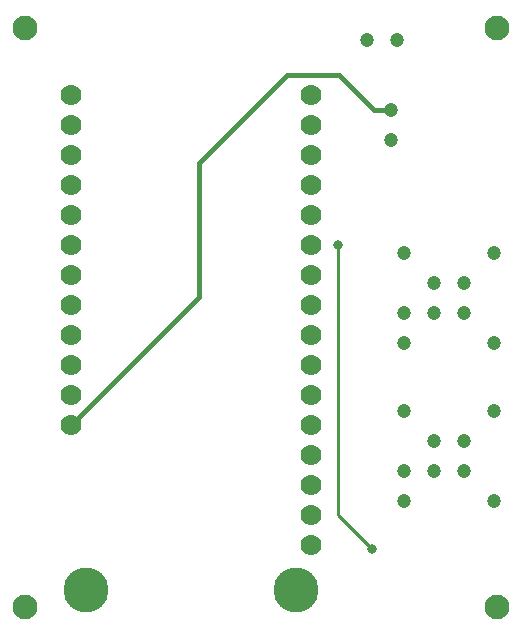
<source format=gbl>
G04 #@! TF.GenerationSoftware,KiCad,Pcbnew,(5.1.0)-1*
G04 #@! TF.CreationDate,2019-11-28T11:04:33+01:00*
G04 #@! TF.ProjectId,main_PCB_3,6d61696e-5f50-4434-925f-332e6b696361,rev?*
G04 #@! TF.SameCoordinates,Original*
G04 #@! TF.FileFunction,Copper,L2,Bot*
G04 #@! TF.FilePolarity,Positive*
%FSLAX46Y46*%
G04 Gerber Fmt 4.6, Leading zero omitted, Abs format (unit mm)*
G04 Created by KiCad (PCBNEW (5.1.0)-1) date 2019-11-28 11:04:33*
%MOMM*%
%LPD*%
G04 APERTURE LIST*
%ADD10C,3.810000*%
%ADD11C,1.778000*%
%ADD12C,1.200000*%
%ADD13C,2.100000*%
%ADD14C,0.800000*%
%ADD15C,0.250000*%
%ADD16C,0.400000*%
G04 APERTURE END LIST*
D10*
X159970000Y-96620000D03*
X142190000Y-96620000D03*
D11*
X140920000Y-82650000D03*
X140920000Y-80110000D03*
X140920000Y-77570000D03*
X140920000Y-75030000D03*
X140920000Y-72490000D03*
X140920000Y-69950000D03*
X140920000Y-67410000D03*
X140920000Y-64870000D03*
X140920000Y-62330000D03*
X140920000Y-59790000D03*
X140920000Y-57250000D03*
X140920000Y-54710000D03*
X161240000Y-54710000D03*
X161240000Y-57250000D03*
X161240000Y-59790000D03*
X161240000Y-62330000D03*
X161240000Y-64870000D03*
X161240000Y-67410000D03*
X161240000Y-69950000D03*
X161240000Y-72490000D03*
X161240000Y-75030000D03*
X161240000Y-77570000D03*
X161240000Y-80110000D03*
X161240000Y-82650000D03*
X161240000Y-85190000D03*
X161240000Y-87730000D03*
X161240000Y-90270000D03*
X161240000Y-92810000D03*
D12*
X176750000Y-75720000D03*
X169130000Y-75720000D03*
X169130000Y-68100000D03*
X176750000Y-68100000D03*
X169130000Y-89040000D03*
X176750000Y-89040000D03*
X176750000Y-81420000D03*
X169130000Y-81420000D03*
D13*
X177000000Y-49000000D03*
X137000000Y-49000000D03*
X137000000Y-98000000D03*
X177000000Y-98000000D03*
D12*
X168540000Y-50000000D03*
X168000000Y-58540000D03*
X174210000Y-73180000D03*
X174210000Y-86500000D03*
X171670000Y-70640000D03*
X171670000Y-73180000D03*
X169130000Y-73180000D03*
X171670000Y-83960000D03*
X171670000Y-86500000D03*
X169130000Y-86500000D03*
D14*
X163500000Y-67410000D03*
X166430000Y-93150000D03*
D12*
X166000000Y-50000000D03*
X174210000Y-83960000D03*
X174210000Y-70640000D03*
X168000000Y-56000000D03*
D15*
X163500000Y-90220000D02*
X166430000Y-93150000D01*
X163500000Y-67410000D02*
X163500000Y-90220000D01*
D16*
X151740000Y-71830000D02*
X140920000Y-82650000D01*
X151740000Y-60490000D02*
X151740000Y-71830000D01*
X159190000Y-53040000D02*
X151740000Y-60490000D01*
X163560000Y-53040000D02*
X159190000Y-53040000D01*
X167810000Y-56000000D02*
X166520000Y-56000000D01*
X166520000Y-56000000D02*
X163560000Y-53040000D01*
M02*

</source>
